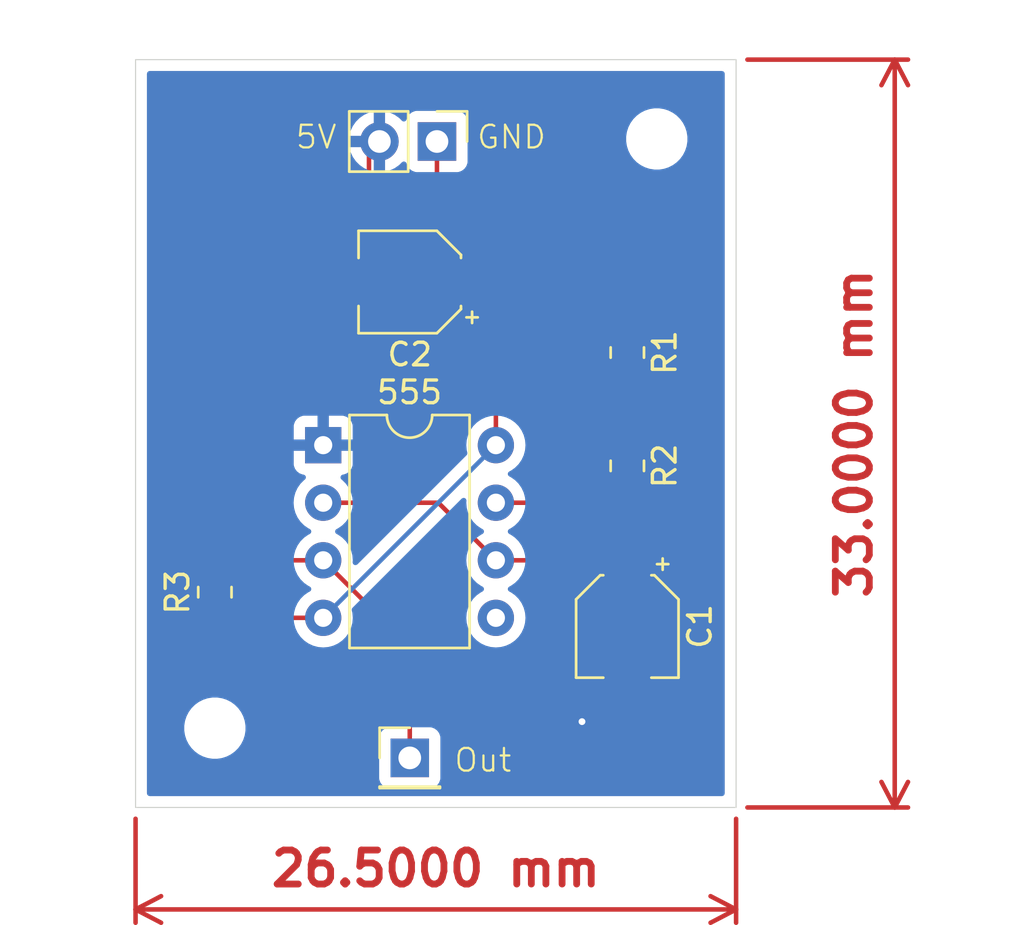
<source format=kicad_pcb>
(kicad_pcb (version 20240108) (generator "pcbnew") (generator_version "8.0")
  (layers (0 "F.Cu" signal) (31 "B.Cu" signal) (34 "B.Paste" user) (35 "F.Paste" user) (36 "B.SilkS" user "B.Silkscreen") (37 "F.SilkS" user "F.Silkscreen") (38 "B.Mask" user) (39 "F.Mask" user) (44 "Edge.Cuts" user))
  (net 0 "")
  (net 1 "/Trigger")
  (net 2 "GND")
  (net 3 "VCC 5V")
  (net 4 "Net-(U1-DIS)")
  (net 5 "/Output")
  (footprint "Capacitor_SMD:CP_Elec_4x5.4" (layer "F.Cu") (at 143.2 105.0125 -90)
    (property "Reference" "C1" (at 0 -3.2 90) (layer "F.SilkS"))
    (property "Value" "C_Polarized")
    (fp_line (start -1.195563 2.26) (end 2.26 2.26) (stroke (width 0.12)) (layer "F.SilkS"))
    (fp_line (start 2.26 2.26) (end 2.26 1.06) (stroke (width 0.12)) (layer "F.SilkS"))
    (fp_line (start -2.26 1.195563) (end -1.195563 2.26) (stroke (width 0.12)) (layer "F.SilkS"))
    (fp_line (start -2.26 1.195563) (end -2.26 1.06) (stroke (width 0.12)) (layer "F.SilkS"))
    (fp_line (start -2.26 -1.195563) (end -2.26 -1.06) (stroke (width 0.12)) (layer "F.SilkS"))
    (fp_line (start -2.26 -1.195563) (end -1.195563 -2.26) (stroke (width 0.12)) (layer "F.SilkS"))
    (fp_line (start -3 -1.56) (end -2.5 -1.56) (stroke (width 0.12)) (layer "F.SilkS"))
    (fp_line (start -2.75 -1.81) (end -2.75 -1.31) (stroke (width 0.12)) (layer "F.SilkS"))
    (fp_line (start -1.195563 -2.26) (end 2.26 -2.26) (stroke (width 0.12)) (layer "F.SilkS"))
    (fp_line (start 2.26 -2.26) (end 2.26 -1.06) (stroke (width 0.12)) (layer "F.SilkS"))
    (pad "1" smd roundrect (at -1.8 0 270) (size 2.6 1.6) (layers "F.Cu" "F.Paste" "F.Mask") (roundrect_rratio 0.15625) (net 1 "/Trigger"))
    (pad "2" smd roundrect (at 1.8 0 270) (size 2.6 1.6) (layers "F.Cu" "F.Paste" "F.Mask") (roundrect_rratio 0.15625) (net 2 "GND"))
  )
  (footprint "Resistor_SMD:R_0805_2012Metric" (layer "F.Cu") (at 143.2 92.925 -90)
    (property "Reference" "R1" (at 0 -1.65 90) (layer "F.SilkS"))
    (property "Value" "R")
    (fp_line (start -0.227064 0.735) (end 0.227064 0.735) (stroke (width 0.12)) (layer "F.SilkS"))
    (fp_line (start -0.227064 -0.735) (end 0.227064 -0.735) (stroke (width 0.12)) (layer "F.SilkS"))
    (pad "1" smd roundrect (at -0.9125 0 270) (size 1.025 1.4) (layers "F.Cu" "F.Paste" "F.Mask") (roundrect_rratio 0.243902) (net 3 "VCC 5V"))
    (pad "2" smd roundrect (at 0.9125 0 270) (size 1.025 1.4) (layers "F.Cu" "F.Paste" "F.Mask") (roundrect_rratio 0.243902) (net 4 "Net-(U1-DIS)"))
  )
  (footprint "Resistor_SMD:R_0805_2012Metric" (layer "F.Cu") (at 143.2 97.925 -90)
    (property "Reference" "R2" (at 0 -1.65 90) (layer "F.SilkS"))
    (property "Value" "R")
    (fp_line (start -0.227064 0.735) (end 0.227064 0.735) (stroke (width 0.12)) (layer "F.SilkS"))
    (fp_line (start -0.227064 -0.735) (end 0.227064 -0.735) (stroke (width 0.12)) (layer "F.SilkS"))
    (pad "1" smd roundrect (at -0.9125 0 270) (size 1.025 1.4) (layers "F.Cu" "F.Paste" "F.Mask") (roundrect_rratio 0.243902) (net 4 "Net-(U1-DIS)"))
    (pad "2" smd roundrect (at 0.9125 0 270) (size 1.025 1.4) (layers "F.Cu" "F.Paste" "F.Mask") (roundrect_rratio 0.243902) (net 1 "/Trigger"))
  )
  (footprint "Capacitor_SMD:CP_Elec_4x5.4" (layer "F.Cu") (at 133.6 89.8125 180)
    (property "Reference" "C2" (at 0 -3.2 360) (layer "F.SilkS"))
    (property "Value" "C_Polarized")
    (fp_line (start 2.26 2.26) (end 2.26 1.06) (stroke (width 0.12)) (layer "F.SilkS"))
    (fp_line (start 2.26 -2.26) (end 2.26 -1.06) (stroke (width 0.12)) (layer "F.SilkS"))
    (fp_line (start -1.195563 2.26) (end 2.26 2.26) (stroke (width 0.12)) (layer "F.SilkS"))
    (fp_line (start -1.195563 -2.26) (end 2.26 -2.26) (stroke (width 0.12)) (layer "F.SilkS"))
    (fp_line (start -2.26 1.195563) (end -1.195563 2.26) (stroke (width 0.12)) (layer "F.SilkS"))
    (fp_line (start -2.26 1.195563) (end -2.26 1.06) (stroke (width 0.12)) (layer "F.SilkS"))
    (fp_line (start -2.26 -1.195563) (end -1.195563 -2.26) (stroke (width 0.12)) (layer "F.SilkS"))
    (fp_line (start -2.26 -1.195563) (end -2.26 -1.06) (stroke (width 0.12)) (layer "F.SilkS"))
    (fp_line (start -2.75 -1.81) (end -2.75 -1.31) (stroke (width 0.12)) (layer "F.SilkS"))
    (fp_line (start -3 -1.56) (end -2.5 -1.56) (stroke (width 0.12)) (layer "F.SilkS"))
    (pad "1" smd roundrect (at -1.8 0 180) (size 2.6 1.6) (layers "F.Cu" "F.Paste" "F.Mask") (roundrect_rratio 0.15625) (net 3 "VCC 5V"))
    (pad "2" smd roundrect (at 1.8 0 180) (size 2.6 1.6) (layers "F.Cu" "F.Paste" "F.Mask") (roundrect_rratio 0.15625) (net 2 "GND"))
  )
  (footprint "Connector_PinHeader_2.54mm:PinHeader_1x02_P2.54mm_Vertical" (layer "F.Cu") (at 134.8 83.6125 -90)
    (property "Reference" "J2" (hide yes))
    (property "Value" "Conn_01x02_Pin")
    (fp_line (start -1.33 3.87) (end 1.33 3.87) (stroke (width 0.12)) (layer "F.SilkS"))
    (fp_line (start -1.33 1.27) (end -1.33 3.87) (stroke (width 0.12)) (layer "F.SilkS"))
    (fp_line (start -1.33 1.27) (end 1.33 1.27) (stroke (width 0.12)) (layer "F.SilkS"))
    (fp_line (start 1.33 1.27) (end 1.33 3.87) (stroke (width 0.12)) (layer "F.SilkS"))
    (fp_line (start -1.33 0) (end -1.33 -1.33) (stroke (width 0.12)) (layer "F.SilkS"))
    (fp_line (start -1.33 -1.33) (end 0 -1.33) (stroke (width 0.12)) (layer "F.SilkS"))
    (pad "1" thru_hole rect (at 0 0 270) (size 1.7 1.7) (drill 1) (layers "*.Cu" "*.Mask") (net 3 "VCC 5V"))
    (pad "2" thru_hole oval (at 0 2.54 270) (size 1.7 1.7) (drill 1) (layers "*.Cu" "*.Mask") (net 2 "GND"))
  )
  (footprint "MountingHole:MountingHole_2.2mm_M2" (layer "F.Cu") (at 125 109.5)
    (property "Reference" "REF**" (hide yes))
    (property "Value" "MountingHole_2.2mm_M2")
    (pad "" np_thru_hole circle (at 0 0) (size 2.2 2.2) (drill 2.2) (layers "F&B.Cu" "*.Mask"))
  )
  (footprint "Package_DIP:DIP-8_W7.62mm" (layer "F.Cu") (at 129.78 97.0125)
    (property "Reference" "555" (at 3.81 -2.33 0) (layer "F.SilkS"))
    (property "Value" "NE555P")
    (fp_line (start 1.16 -1.33) (end 1.16 8.95) (stroke (width 0.12)) (layer "F.SilkS"))
    (fp_line (start 1.16 8.95) (end 6.46 8.95) (stroke (width 0.12)) (layer "F.SilkS"))
    (fp_line (start 2.81 -1.33) (end 1.16 -1.33) (stroke (width 0.12)) (layer "F.SilkS"))
    (fp_line (start 6.46 -1.33) (end 4.81 -1.33) (stroke (width 0.12)) (layer "F.SilkS"))
    (fp_line (start 6.46 8.95) (end 6.46 -1.33) (stroke (width 0.12)) (layer "F.SilkS"))
    (fp_arc (start 4.81 -1.33) (mid 3.81 -0.33) (end 2.81 -1.33) (stroke (width 0.12)) (layer "F.SilkS"))
    (pad "1" thru_hole rect (at 0 0) (size 1.6 1.6) (drill 0.8) (layers "*.Cu" "*.Mask") (net 2 "GND"))
    (pad "2" thru_hole oval (at 0 2.54) (size 1.6 1.6) (drill 0.8) (layers "*.Cu" "*.Mask") (net 1 "/Trigger"))
    (pad "3" thru_hole oval (at 0 5.08) (size 1.6 1.6) (drill 0.8) (layers "*.Cu" "*.Mask") (net 5 "/Output"))
    (pad "4" thru_hole oval (at 0 7.62) (size 1.6 1.6) (drill 0.8) (layers "*.Cu" "*.Mask") (net 3 "VCC 5V"))
    (pad "5" thru_hole oval (at 7.62 7.62) (size 1.6 1.6) (drill 0.8) (layers "*.Cu" "*.Mask"))
    (pad "6" thru_hole oval (at 7.62 5.08) (size 1.6 1.6) (drill 0.8) (layers "*.Cu" "*.Mask") (net 1 "/Trigger"))
    (pad "7" thru_hole oval (at 7.62 2.54) (size 1.6 1.6) (drill 0.8) (layers "*.Cu" "*.Mask") (net 4 "Net-(U1-DIS)"))
    (pad "8" thru_hole oval (at 7.62 0) (size 1.6 1.6) (drill 0.8) (layers "*.Cu" "*.Mask") (net 3 "VCC 5V"))
  )
  (footprint "Connector_PinHeader_2.54mm:PinHeader_1x01_P2.54mm_Vertical" (layer "F.Cu") (at 133.6 110.8125)
    (property "Reference" "J1" (hide yes))
    (property "Value" "Conn_01x01_Pin")
    (fp_line (start -1.33 -1.33) (end 0 -1.33) (stroke (width 0.12)) (layer "F.SilkS"))
    (fp_line (start -1.33 0) (end -1.33 -1.33) (stroke (width 0.12)) (layer "F.SilkS"))
    (fp_line (start -1.33 1.27) (end -1.33 1.33) (stroke (width 0.12)) (layer "F.SilkS"))
    (fp_line (start -1.33 1.27) (end 1.33 1.27) (stroke (width 0.12)) (layer "F.SilkS"))
    (fp_line (start -1.33 1.33) (end 1.33 1.33) (stroke (width 0.12)) (layer "F.SilkS"))
    (fp_line (start 1.33 1.27) (end 1.33 1.33) (stroke (width 0.12)) (layer "F.SilkS"))
    (pad "1" thru_hole rect (at 0 0) (size 1.7 1.7) (drill 1) (layers "*.Cu" "*.Mask") (net 5 "/Output"))
  )
  (footprint "Resistor_SMD:R_0805_2012Metric" (layer "F.Cu") (at 125 103.5 90)
    (property "Reference" "R3" (at 0 -1.65 90) (layer "F.SilkS"))
    (property "Value" "R")
    (fp_line (start -0.227064 -0.735) (end 0.227064 -0.735) (stroke (width 0.12)) (layer "F.SilkS"))
    (fp_line (start -0.227064 0.735) (end 0.227064 0.735) (stroke (width 0.12)) (layer "F.SilkS"))
    (pad "1" smd roundrect (at -0.9125 0 90) (size 1.025 1.4) (layers "F.Cu" "F.Paste" "F.Mask") (roundrect_rratio 0.243902) (net 3 "VCC 5V"))
    (pad "2" smd roundrect (at 0.9125 0 90) (size 1.025 1.4) (layers "F.Cu" "F.Paste" "F.Mask") (roundrect_rratio 0.243902) (net 5 "/Output"))
  )
  (footprint "MountingHole:MountingHole_2.2mm_M2" (layer "F.Cu") (at 144.5 83.5)
    (property "Reference" "REF**" (hide yes))
    (property "Value" "MountingHole_2.2mm_M2")
    (pad "" np_thru_hole circle (at 0 0) (size 2.2 2.2) (drill 2.2) (layers "*.Cu" "*.Mask"))
  )
  (gr_rect (start 121.5 80) (end 148 113) (stroke (width 0.05)) (fill none) (layer "Edge.Cuts"))
  (gr_text "GND" (at 136.5 84 0) (layer "F.SilkS") (effects (font (size 1 1) (thickness 0.1)) (justify left bottom)))
  (gr_text "5V" (at 128.5 84 0) (layer "F.SilkS") (effects (font (size 1 1) (thickness 0.1)) (justify left bottom)))
  (gr_text "Out" (at 135.5 111.5 0) (layer "F.SilkS") (effects (font (size 1 1) (thickness 0.1)) (justify left bottom)))
  (dimension (type aligned) (layer "F.Cu") (pts (xy 148 113) (xy 148 80)) (height 7) (gr_text "33.0000 mm" (at 153.2 96.5 90) (layer "F.Cu") (effects (font (size 1.5 1.5) (thickness 0.3)))) (format (prefix "") (suffix "") (units 3) (units_format 1) (precision 4)) (style (thickness 0.2) (arrow_length 1.27) (text_position_mode 0) (extension_height 0.58642) (extension_offset 0.5) keep_text_aligned))
  (dimension (type aligned) (layer "F.Cu") (pts (xy 148 113) (xy 121.5 113)) (height -4.5) (gr_text "26.5000 mm" (at 134.75 115.7 0) (layer "F.Cu") (effects (font (size 1.5 1.5) (thickness 0.3)))) (format (prefix "") (suffix "") (units 3) (units_format 1) (precision 4)) (style (thickness 0.2) (arrow_length 1.27) (text_position_mode 0) (extension_height 0.58642) (extension_offset 0.5) keep_text_aligned))
  (segment (start 142.08 102.0925) (end 137.4 102.0925) (width 0.2) (layer "F.Cu") (net 1))
  (segment (start 134.86 99.5525) (end 137.4 102.0925) (width 0.2) (layer "F.Cu") (net 1))
  (segment (start 143.2 103.2125) (end 142.08 102.0925) (width 0.2) (layer "F.Cu") (net 1))
  (segment (start 143.2 98.8375) (end 143.2 103.2125) (width 0.2) (layer "F.Cu") (net 1))
  (segment (start 129.78 99.5525) (end 134.86 99.5525) (width 0.2) (layer "F.Cu") (net 1))
  (segment (start 131.8 89.8125) (end 131.8 84.0725) (width 0.2) (layer "F.Cu") (net 2))
  (segment (start 141.2 108.8125) (end 141.2 109.2125) (width 0.2) (layer "F.Cu") (net 2))
  (segment (start 143.2 106.8125) (end 141.2 108.8125) (width 0.2) (layer "F.Cu") (net 2))
  (segment (start 131.8 84.0725) (end 132.26 83.6125) (width 0.2) (layer "F.Cu") (net 2))
  (via (at 141.2 109.2125) (size 0.6) (drill 0.3) (layers "F.Cu" "B.Cu") (net 2))
  (segment (start 129.78 104.6325) (end 125.22 104.6325) (width 0.2) (layer "F.Cu") (net 3))
  (segment (start 143.2 92.0125) (end 137.6 92.0125) (width 0.2) (layer "F.Cu") (net 3))
  (segment (start 137.4 91.8125) (end 137.4 97.0125) (width 0.2) (layer "F.Cu") (net 3))
  (segment (start 135.4 89.8125) (end 135.4 89.1) (width 0.2) (layer "F.Cu") (net 3))
  (segment (start 125.22 104.6325) (end 125 104.4125) (width 0.2) (layer "F.Cu") (net 3))
  (segment (start 129.78 104.6325) (end 129.6 104.8125) (width 0.2) (layer "F.Cu") (net 3))
  (segment (start 135.4 89.1) (end 134.8 88.5) (width 0.2) (layer "F.Cu") (net 3))
  (segment (start 137.1 91.5125) (end 137.4 91.8125) (width 0.2) (layer "F.Cu") (net 3))
  (segment (start 135.4 89.8125) (end 137.1 91.5125) (width 0.2) (layer "F.Cu") (net 3))
  (segment (start 134.8 88.5) (end 134.8 83.6125) (width 0.2) (layer "F.Cu") (net 3))
  (segment (start 137.6 92.0125) (end 137.1 91.5125) (width 0.2) (layer "F.Cu") (net 3))
  (segment (start 129.78 104.6325) (end 137.4 97.0125) (width 0.2) (layer "B.Cu") (net 3))
  (segment (start 143.2 97.0125) (end 141.4 97.0125) (width 0.2) (layer "F.Cu") (net 4))
  (segment (start 143.2 93.8375) (end 143.2 97.0125) (width 0.2) (layer "F.Cu") (net 4))
  (segment (start 141.4 97.0125) (end 138.86 99.5525) (width 0.2) (layer "F.Cu") (net 4))
  (segment (start 138.86 99.5525) (end 137.4 99.5525) (width 0.2) (layer "F.Cu") (net 4))
  (segment (start 129.78 102.0925) (end 125.495 102.0925) (width 0.2) (layer "F.Cu") (net 5))
  (segment (start 133.6 105.9125) (end 133.6 110.8125) (width 0.2) (layer "F.Cu") (net 5))
  (segment (start 129.78 102.0925) (end 133.6 105.9125) (width 0.2) (layer "F.Cu") (net 5))
  (segment (start 125.495 102.0925) (end 125 102.5875) (width 0.2) (layer "F.Cu") (net 5))
  (zone (net 2) (net_name "GND") (layer "B.Cu") (connect_pads (clearance 0.5)) (min_thickness 0.25) (fill yes (thermal_gap 0.5) (thermal_bridge_width 0.5))
    (polygon (pts (xy 122 80.5) (xy 147.5 80.5) (xy 147.5 112.5) (xy 122 112.5)))
  )
)
</source>
